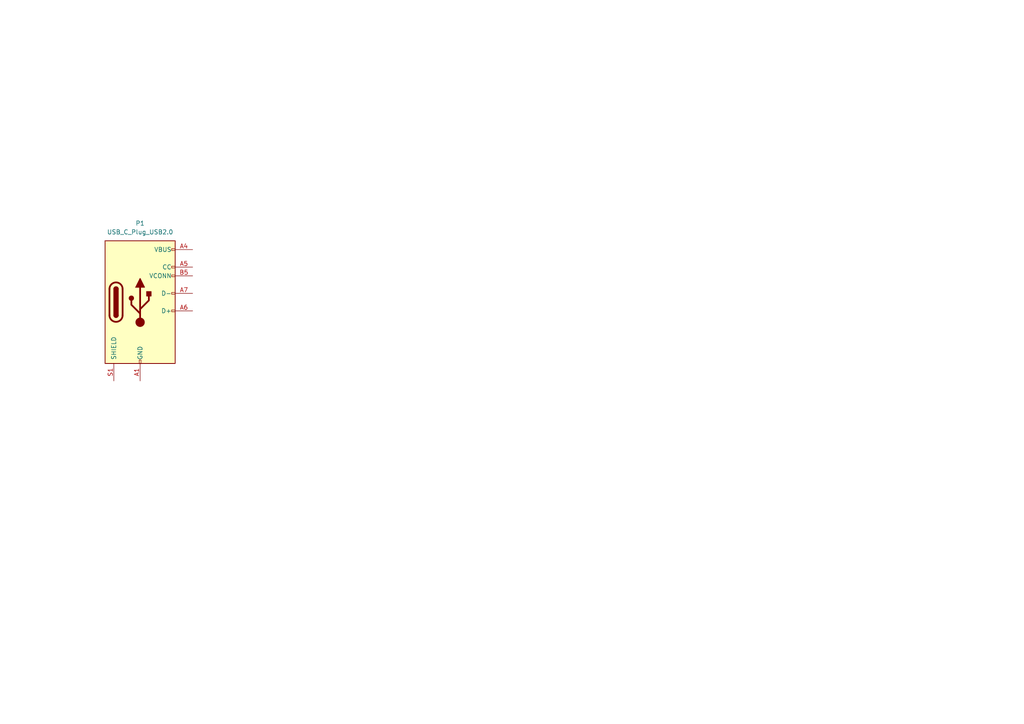
<source format=kicad_sch>
(kicad_sch (version 20231120) (generator "eeschema") (generator_version "8.0")
  (paper "A4")
  (lib_symbols
    (symbol "Connector:USB_C_Plug_USB2.0" (pin_names (offset 1.016))
      (property "Reference" "P" (at -10.16 19.05 0))
      (property "Value" "USB_C_Plug_USB2.0" (at 12.7 19.05 0))
      (symbol "USB_C_Plug_USB2.0_0_0"
        (rectangle (start -0.254 -17.78) (end 0.254 -16.764))
        (rectangle (start 10.16 -2.286) (end 9.144 -2.794))
        (rectangle (start 10.16 2.794) (end 9.144 2.286))
        (rectangle (start 10.16 7.874) (end 9.144 7.366))
        (rectangle (start 10.16 10.414) (end 9.144 9.906))
        (rectangle (start 10.16 15.494) (end 9.144 14.986))
      )
      (symbol "USB_C_Plug_USB2.0_0_1"
        (rectangle (start -10.16 17.78) (end 10.16 -17.78) (stroke (width 0.254)) (fill (type background)))
        (arc (start -8.89 -3.81) (mid -6.985 -5.7067) (end -5.08 -3.81) (stroke (width 0.508)))
        (arc (start -7.62 -3.81) (mid -6.985 -4.4423) (end -6.35 -3.81) (stroke (width 0.254)))
        (arc (start -7.62 -3.81) (mid -6.985 -4.4423) (end -6.35 -3.81) (stroke (width 0.254)) (fill (type outline)))
        (rectangle (start -7.62 -3.81) (end -6.35 3.81) (stroke (width 0.254)) (fill (type outline)))
        (arc (start -6.35 3.81) (mid -6.985 4.4423) (end -7.62 3.81) (stroke (width 0.254)))
        (arc (start -6.35 3.81) (mid -6.985 4.4423) (end -7.62 3.81) (stroke (width 0.254)) (fill (type outline)))
        (arc (start -5.08 3.81) (mid -6.985 5.7067) (end -8.89 3.81) (stroke (width 0.508)))
        (circle (center -2.54 1.143) (radius 0.635) (stroke (width 0.254)) (fill (type outline)))
        (circle (center 0 -5.842) (radius 1.27) (fill (type outline)))
        (polyline (pts (xy -8.89 -3.81) (xy -8.89 3.81)) (stroke (width 0.508)))
        (polyline (pts (xy -5.08 3.81) (xy -5.08 -3.81)) (stroke (width 0.508)))
        (polyline (pts (xy 0 -5.842) (xy 0 4.318)) (stroke (width 0.508)))
        (polyline (pts (xy 0 -3.302) (xy -2.54 -0.762) (xy -2.54 0.508)) (stroke (width 0.508)))
        (polyline (pts (xy 0 -2.032) (xy 2.54 0.508) (xy 2.54 1.778)) (stroke (width 0.508)))
        (polyline (pts (xy -1.27 4.318) (xy 0 6.858) (xy 1.27 4.318) (xy -1.27 4.318)) (stroke (width 0.254)) (fill (type outline)))
        (rectangle (start 1.905 1.778) (end 3.175 3.048) (stroke (width 0.254)) (fill (type outline)))
      )
      (symbol "USB_C_Plug_USB2.0_1_1"
        (pin passive line (at 0 -22.86 90) (length 5.08) (name "GND") (number "A1"))
        (pin passive line (at 0 -22.86 90) (length 5.08) hide (name "GND") (number "A12"))
        (pin passive line (at 15.24 15.24 180) (length 5.08) (name "VBUS") (number "A4"))
        (pin bidirectional line (at 15.24 10.16 180) (length 5.08) (name "CC") (number "A5"))
        (pin bidirectional line (at 15.24 -2.54 180) (length 5.08) (name "D+") (number "A6"))
        (pin bidirectional line (at 15.24 2.54 180) (length 5.08) (name "D-") (number "A7"))
        (pin passive line (at 15.24 15.24 180) (length 5.08) hide (name "VBUS") (number "A9"))
        (pin passive line (at 0 -22.86 90) (length 5.08) hide (name "GND") (number "B1"))
        (pin passive line (at 0 -22.86 90) (length 5.08) hide (name "GND") (number "B12"))
        (pin passive line (at 15.24 15.24 180) (length 5.08) hide (name "VBUS") (number "B4"))
        (pin bidirectional line (at 15.24 7.62 180) (length 5.08) (name "VCONN") (number "B5"))
        (pin passive line (at 15.24 15.24 180) (length 5.08) hide (name "VBUS") (number "B9"))
        (pin passive line (at -7.62 -22.86 90) (length 5.08) (name "SHIELD") (number "S1"))
      )
    )
  )
  (symbol (lib_id "Connector:USB_C_Plug_USB2.0") (at 40.64 87.63 0) (unit 1)
    (property "Reference" "P1" (at 40.64 64.77 0))
    (property "Value" "USB_C_Plug_USB2.0" (at 40.64 67.31 0))
    (property "Datasheet" "https://www.usb.org/sites/default/files/documents/usb_type-c.zip" (effects (hide yes)))
    (property "Description" "USB 2.0-only Type-C Plug connector" (effects (hide yes)))
  )
)
</source>
